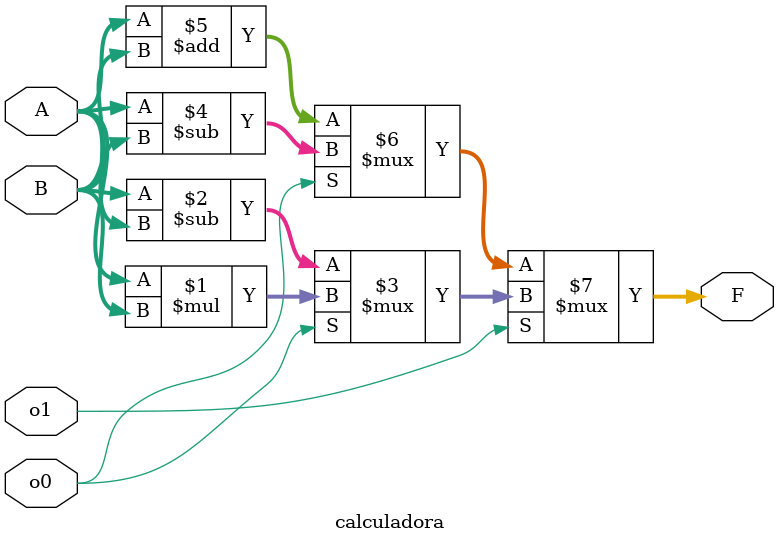
<source format=v>
module calculadora(A,B,F,o1,o0);
	input [2:0]A,B;
	input o1,o0;
	output [6:0]F;
		
	assign F=o1?(o0?(A*B):(B-A)):(o0?(A-B):(A+B));
	
endmodule

</source>
